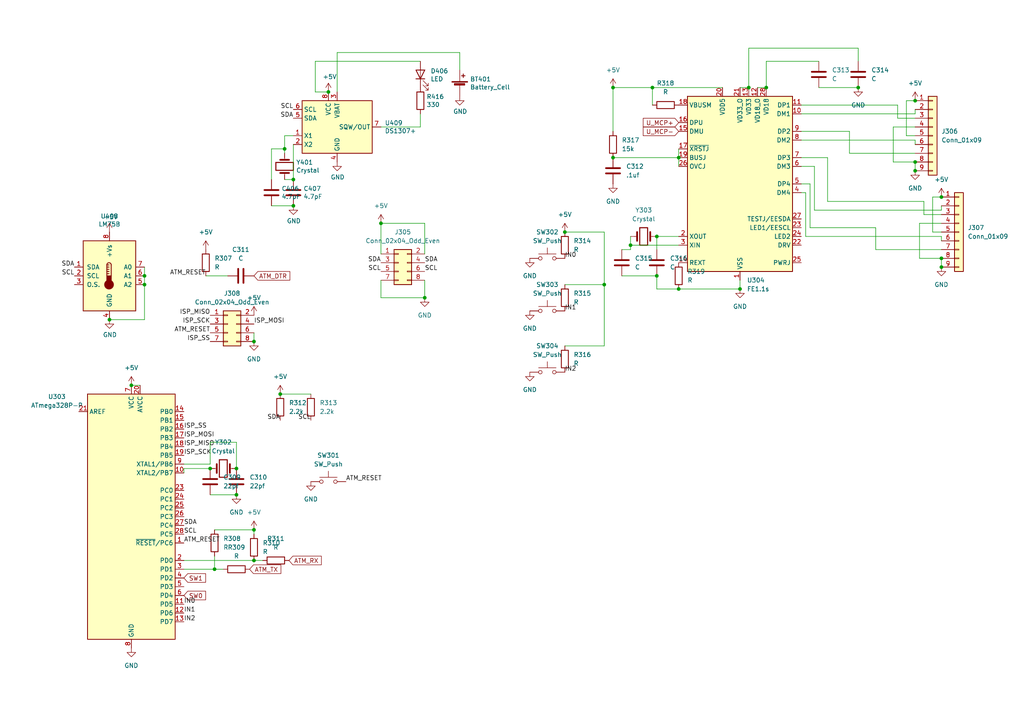
<source format=kicad_sch>
(kicad_sch (version 20211123) (generator eeschema)
  (paper "A4")
  (lib_symbols
    (symbol "Connector_Generic:Conn_01x09" (pin_names (offset 1.016) hide)
      (property "Reference" "J" (at 0 12.7 0))
      (property "Value" "Conn_01x09" (at 0 -12.7 0))
      (symbol "Conn_01x09_1_1"
        (rectangle (start -1.27 -10.033) (end 0 -10.287) (stroke (width 0.1524)))
        (rectangle (start -1.27 -7.493) (end 0 -7.747) (stroke (width 0.1524)))
        (rectangle (start -1.27 -4.953) (end 0 -5.207) (stroke (width 0.1524)))
        (rectangle (start -1.27 -2.413) (end 0 -2.667) (stroke (width 0.1524)))
        (rectangle (start -1.27 0.127) (end 0 -0.127) (stroke (width 0.1524)))
        (rectangle (start -1.27 2.667) (end 0 2.413) (stroke (width 0.1524)))
        (rectangle (start -1.27 5.207) (end 0 4.953) (stroke (width 0.1524)))
        (rectangle (start -1.27 7.747) (end 0 7.493) (stroke (width 0.1524)))
        (rectangle (start -1.27 10.287) (end 0 10.033) (stroke (width 0.1524)))
        (rectangle (start -1.27 11.43) (end 1.27 -11.43) (stroke (width 0.254)) (fill (type background)))
        (pin passive line (at -5.08 10.16 0) (length 3.81) (name "Pin_1") (number "1"))
        (pin passive line (at -5.08 7.62 0) (length 3.81) (name "Pin_2") (number "2"))
        (pin passive line (at -5.08 5.08 0) (length 3.81) (name "Pin_3") (number "3"))
        (pin passive line (at -5.08 2.54 0) (length 3.81) (name "Pin_4") (number "4"))
        (pin passive line (at -5.08 0 0) (length 3.81) (name "Pin_5") (number "5"))
        (pin passive line (at -5.08 -2.54 0) (length 3.81) (name "Pin_6") (number "6"))
        (pin passive line (at -5.08 -5.08 0) (length 3.81) (name "Pin_7") (number "7"))
        (pin passive line (at -5.08 -7.62 0) (length 3.81) (name "Pin_8") (number "8"))
        (pin passive line (at -5.08 -10.16 0) (length 3.81) (name "Pin_9") (number "9"))
      )
    )
    (symbol "Connector_Generic:Conn_02x04_Odd_Even" (pin_names (offset 1.016) hide)
      (property "Reference" "J" (at 1.27 5.08 0))
      (property "Value" "Conn_02x04_Odd_Even" (at 1.27 -7.62 0))
      (symbol "Conn_02x04_Odd_Even_1_1"
        (rectangle (start -1.27 -4.953) (end 0 -5.207) (stroke (width 0.1524)))
        (rectangle (start -1.27 -2.413) (end 0 -2.667) (stroke (width 0.1524)))
        (rectangle (start -1.27 0.127) (end 0 -0.127) (stroke (width 0.1524)))
        (rectangle (start -1.27 2.667) (end 0 2.413) (stroke (width 0.1524)))
        (rectangle (start -1.27 3.81) (end 3.81 -6.35) (stroke (width 0.254)) (fill (type background)))
        (rectangle (start 3.81 -4.953) (end 2.54 -5.207) (stroke (width 0.1524)))
        (rectangle (start 3.81 -2.413) (end 2.54 -2.667) (stroke (width 0.1524)))
        (rectangle (start 3.81 0.127) (end 2.54 -0.127) (stroke (width 0.1524)))
        (rectangle (start 3.81 2.667) (end 2.54 2.413) (stroke (width 0.1524)))
        (pin passive line (at -5.08 2.54 0) (length 3.81) (name "Pin_1") (number "1"))
        (pin passive line (at 7.62 2.54 180) (length 3.81) (name "Pin_2") (number "2"))
        (pin passive line (at -5.08 0 0) (length 3.81) (name "Pin_3") (number "3"))
        (pin passive line (at 7.62 0 180) (length 3.81) (name "Pin_4") (number "4"))
        (pin passive line (at -5.08 -2.54 0) (length 3.81) (name "Pin_5") (number "5"))
        (pin passive line (at 7.62 -2.54 180) (length 3.81) (name "Pin_6") (number "6"))
        (pin passive line (at -5.08 -5.08 0) (length 3.81) (name "Pin_7") (number "7"))
        (pin passive line (at 7.62 -5.08 180) (length 3.81) (name "Pin_8") (number "8"))
      )
    )
    (symbol "Device:Battery_Cell" (pin_numbers hide) (pin_names (offset 0) hide)
      (property "Reference" "BT" (at 2.54 2.54 0))
      (property "Value" "Battery_Cell" (at 2.54 0 0))
      (symbol "Battery_Cell_0_1"
        (rectangle (start -2.286 1.778) (end 2.286 1.524) (fill (type outline)))
        (rectangle (start -1.5748 1.1938) (end 1.4732 0.6858) (fill (type outline)))
        (polyline (pts (xy 0 0.762) (xy 0 0)))
        (polyline (pts (xy 0 1.778) (xy 0 2.54)))
        (polyline (pts (xy 0.508 3.429) (xy 1.524 3.429)) (stroke (width 0.254)))
        (polyline (pts (xy 1.016 3.937) (xy 1.016 2.921)) (stroke (width 0.254)))
      )
      (symbol "Battery_Cell_1_1"
        (pin passive line (at 0 5.08 270) (length 2.54) (name "+") (number "1"))
        (pin passive line (at 0 -2.54 90) (length 2.54) (name "-") (number "2"))
      )
    )
    (symbol "Device:C" (pin_numbers hide) (pin_names (offset 0.254))
      (property "Reference" "C" (at 0.635 2.54 0))
      (property "Value" "C" (at 0.635 -2.54 0))
      (symbol "C_0_1"
        (polyline (pts (xy -2.032 -0.762) (xy 2.032 -0.762)) (stroke (width 0.508)))
        (polyline (pts (xy -2.032 0.762) (xy 2.032 0.762)) (stroke (width 0.508)))
      )
      (symbol "C_1_1"
        (pin passive line (at 0 3.81 270) (length 2.794) (name "~") (number "1"))
        (pin passive line (at 0 -3.81 90) (length 2.794) (name "~") (number "2"))
      )
    )
    (symbol "Device:Crystal" (pin_numbers hide) (pin_names (offset 1.016) hide)
      (property "Reference" "Y" (at 0 3.81 0))
      (property "Value" "Crystal" (at 0 -3.81 0))
      (symbol "Crystal_0_1"
        (rectangle (start -1.143 2.54) (end 1.143 -2.54) (stroke (width 0.3048)))
        (polyline (pts (xy -2.54 0) (xy -1.905 0)))
        (polyline (pts (xy -1.905 -1.27) (xy -1.905 1.27)) (stroke (width 0.508)))
        (polyline (pts (xy 1.905 -1.27) (xy 1.905 1.27)) (stroke (width 0.508)))
        (polyline (pts (xy 2.54 0) (xy 1.905 0)))
      )
      (symbol "Crystal_1_1"
        (pin passive line (at -3.81 0 0) (length 1.27) (name "1") (number "1"))
        (pin passive line (at 3.81 0 180) (length 1.27) (name "2") (number "2"))
      )
    )
    (symbol "Device:LED" (pin_numbers hide) (pin_names (offset 1.016) hide)
      (property "Reference" "D" (at 0 2.54 0))
      (property "Value" "LED" (at 0 -2.54 0))
      (symbol "LED_0_1"
        (polyline (pts (xy -1.27 -1.27) (xy -1.27 1.27)) (stroke (width 0.254)))
        (polyline (pts (xy -1.27 0) (xy 1.27 0)))
        (polyline (pts (xy 1.27 -1.27) (xy 1.27 1.27) (xy -1.27 0) (xy 1.27 -1.27)) (stroke (width 0.254)))
        (polyline (pts (xy -3.048 -0.762) (xy -4.572 -2.286) (xy -3.81 -2.286) (xy -4.572 -2.286) (xy -4.572 -1.524)))
        (polyline (pts (xy -1.778 -0.762) (xy -3.302 -2.286) (xy -2.54 -2.286) (xy -3.302 -2.286) (xy -3.302 -1.524)))
      )
      (symbol "LED_1_1"
        (pin passive line (at -3.81 0 0) (length 2.54) (name "K") (number "1"))
        (pin passive line (at 3.81 0 180) (length 2.54) (name "A") (number "2"))
      )
    )
    (symbol "Device:R" (pin_numbers hide) (pin_names (offset 0))
      (property "Reference" "R" (at 2.032 0 90))
      (property "Value" "R" (at 0 0 90))
      (symbol "R_0_1"
        (rectangle (start -1.016 -2.54) (end 1.016 2.54) (stroke (width 0.254)))
      )
      (symbol "R_1_1"
        (pin passive line (at 0 3.81 270) (length 1.27) (name "~") (number "1"))
        (pin passive line (at 0 -3.81 90) (length 1.27) (name "~") (number "2"))
      )
    )
    (symbol "Interface_USB:FE1.1s"
      (property "Reference" "U" (at -11.43 26.67 0))
      (property "Value" "FE1.1s" (at 12.7 27.94 0))
      (symbol "FE1.1s_0_1"
        (rectangle (start -15.24 25.4) (end 15.24 -25.4) (stroke (width 0.254)) (fill (type background)))
      )
      (symbol "FE1.1s_1_1"
        (pin power_in line (at 0 -27.94 90) (length 2.54) (name "VSS") (number "1"))
        (pin bidirectional line (at 17.78 20.32 180) (length 2.54) (name "DM1") (number "10"))
        (pin bidirectional line (at 17.78 22.86 180) (length 2.54) (name "DP1") (number "11"))
        (pin power_out line (at 5.08 27.94 270) (length 2.54) (name "VD18_O") (number "12"))
        (pin power_in line (at 2.54 27.94 270) (length 2.54) (name "VD33") (number "13"))
        (pin passive line (at -17.78 -22.86 0) (length 2.54) (name "REXT") (number "14"))
        (pin bidirectional line (at -17.78 15.24 0) (length 2.54) (name "DMU") (number "15"))
        (pin bidirectional line (at -17.78 17.78 0) (length 2.54) (name "DPU") (number "16"))
        (pin input line (at -17.78 10.16 0) (length 2.54) (name "~{XRSTJ}") (number "17"))
        (pin input line (at -17.78 22.86 0) (length 2.54) (name "VBUSM") (number "18"))
        (pin input line (at -17.78 7.62 0) (length 2.54) (name "BUSJ") (number "19"))
        (pin output line (at -17.78 -15.24 0) (length 2.54) (name "XOUT") (number "2"))
        (pin power_in line (at -5.08 27.94 270) (length 2.54) (name "VDD5") (number "20"))
        (pin power_out line (at 0 27.94 270) (length 2.54) (name "VD33_O") (number "21"))
        (pin bidirectional line (at 17.78 -17.78 180) (length 2.54) (name "DRV") (number "22"))
        (pin bidirectional line (at 17.78 -12.7 180) (length 2.54) (name "LED1/EESCL") (number "23"))
        (pin bidirectional line (at 17.78 -15.24 180) (length 2.54) (name "LED2") (number "24"))
        (pin output line (at 17.78 -22.86 180) (length 2.54) (name "PWRJ") (number "25"))
        (pin input line (at -17.78 5.08 0) (length 2.54) (name "OVCJ") (number "26"))
        (pin bidirectional line (at 17.78 -10.16 180) (length 2.54) (name "TESTJ/EESDA") (number "27"))
        (pin power_in line (at 7.62 27.94 270) (length 2.54) (name "VD18") (number "28"))
        (pin input line (at -17.78 -17.78 0) (length 2.54) (name "XIN") (number "3"))
        (pin bidirectional line (at 17.78 -2.54 180) (length 2.54) (name "DM4") (number "4"))
        (pin bidirectional line (at 17.78 0 180) (length 2.54) (name "DP4") (number "5"))
        (pin bidirectional line (at 17.78 5.08 180) (length 2.54) (name "DM3") (number "6"))
        (pin bidirectional line (at 17.78 7.62 180) (length 2.54) (name "DP3") (number "7"))
        (pin bidirectional line (at 17.78 12.7 180) (length 2.54) (name "DM2") (number "8"))
        (pin bidirectional line (at 17.78 15.24 180) (length 2.54) (name "DP2") (number "9"))
      )
    )
    (symbol "MCU_Microchip_ATmega:ATmega328P-P"
      (property "Reference" "U" (at -12.7 36.83 0))
      (property "Value" "ATmega328P-P" (at 2.54 -36.83 0))
      (symbol "ATmega328P-P_0_1"
        (rectangle (start -12.7 -35.56) (end 12.7 35.56) (stroke (width 0.254)) (fill (type background)))
      )
      (symbol "ATmega328P-P_1_1"
        (pin bidirectional line (at 15.24 -7.62 180) (length 2.54) (name "~{RESET}/PC6") (number "1"))
        (pin bidirectional line (at 15.24 12.7 180) (length 2.54) (name "XTAL2/PB7") (number "10"))
        (pin bidirectional line (at 15.24 -25.4 180) (length 2.54) (name "PD5") (number "11"))
        (pin bidirectional line (at 15.24 -27.94 180) (length 2.54) (name "PD6") (number "12"))
        (pin bidirectional line (at 15.24 -30.48 180) (length 2.54) (name "PD7") (number "13"))
        (pin bidirectional line (at 15.24 30.48 180) (length 2.54) (name "PB0") (number "14"))
        (pin bidirectional line (at 15.24 27.94 180) (length 2.54) (name "PB1") (number "15"))
        (pin bidirectional line (at 15.24 25.4 180) (length 2.54) (name "PB2") (number "16"))
        (pin bidirectional line (at 15.24 22.86 180) (length 2.54) (name "PB3") (number "17"))
        (pin bidirectional line (at 15.24 20.32 180) (length 2.54) (name "PB4") (number "18"))
        (pin bidirectional line (at 15.24 17.78 180) (length 2.54) (name "PB5") (number "19"))
        (pin bidirectional line (at 15.24 -12.7 180) (length 2.54) (name "PD0") (number "2"))
        (pin power_in line (at 2.54 38.1 270) (length 2.54) (name "AVCC") (number "20"))
        (pin passive line (at -15.24 30.48 0) (length 2.54) (name "AREF") (number "21"))
        (pin passive line (at 0 -38.1 90) (length 2.54) hide (name "GND") (number "22"))
        (pin bidirectional line (at 15.24 7.62 180) (length 2.54) (name "PC0") (number "23"))
        (pin bidirectional line (at 15.24 5.08 180) (length 2.54) (name "PC1") (number "24"))
        (pin bidirectional line (at 15.24 2.54 180) (length 2.54) (name "PC2") (number "25"))
        (pin bidirectional line (at 15.24 0 180) (length 2.54) (name "PC3") (number "26"))
        (pin bidirectional line (at 15.24 -2.54 180) (length 2.54) (name "PC4") (number "27"))
        (pin bidirectional line (at 15.24 -5.08 180) (length 2.54) (name "PC5") (number "28"))
        (pin bidirectional line (at 15.24 -15.24 180) (length 2.54) (name "PD1") (number "3"))
        (pin bidirectional line (at 15.24 -17.78 180) (length 2.54) (name "PD2") (number "4"))
        (pin bidirectional line (at 15.24 -20.32 180) (length 2.54) (name "PD3") (number "5"))
        (pin bidirectional line (at 15.24 -22.86 180) (length 2.54) (name "PD4") (number "6"))
        (pin power_in line (at 0 38.1 270) (length 2.54) (name "VCC") (number "7"))
        (pin power_in line (at 0 -38.1 90) (length 2.54) (name "GND") (number "8"))
        (pin bidirectional line (at 15.24 15.24 180) (length 2.54) (name "XTAL1/PB6") (number "9"))
      )
    )
    (symbol "Sensor_Temperature:LM75B" (pin_names (offset 1.016))
      (property "Reference" "U" (at -6.35 11.43 0))
      (property "Value" "LM75B" (at 0 11.43 0))
      (symbol "LM75B_0_1"
        (rectangle (start -7.62 10.16) (end 7.62 -10.16) (stroke (width 0.254)) (fill (type background)))
        (circle (center -0.127 -2.54) (radius 1.27) (stroke (width 0.254)) (fill (type outline)))
        (polyline (pts (xy -0.762 0.635) (xy -0.127 0.635)) (stroke (width 0.254)))
        (polyline (pts (xy -0.762 1.27) (xy -0.127 1.27)) (stroke (width 0.254)))
        (polyline (pts (xy -0.762 1.905) (xy -0.127 1.905)) (stroke (width 0.254)))
        (polyline (pts (xy -0.762 2.54) (xy -0.127 2.54)) (stroke (width 0.254)))
        (polyline (pts (xy -0.762 3.175) (xy -0.762 0)) (stroke (width 0.254)))
        (polyline (pts (xy -0.762 3.175) (xy -0.127 3.175)) (stroke (width 0.254)))
        (polyline (pts (xy 0.508 3.175) (xy 0.508 0)) (stroke (width 0.254)))
        (rectangle (start 0.508 -1.905) (end -0.762 0) (stroke (width 0.254)) (fill (type outline)))
        (arc (start 0.508 3.175) (mid -0.127 3.81) (end -0.762 3.175) (stroke (width 0.254)))
      )
      (symbol "LM75B_1_1"
        (pin bidirectional line (at -10.16 2.54 0) (length 2.54) (name "SDA") (number "1"))
        (pin input line (at -10.16 0 0) (length 2.54) (name "SCL") (number "2"))
        (pin open_collector line (at -10.16 -2.54 0) (length 2.54) (name "O.S.") (number "3"))
        (pin power_in line (at 0 -12.7 90) (length 2.54) (name "GND") (number "4"))
        (pin input line (at 10.16 -2.54 180) (length 2.54) (name "A2") (number "5"))
        (pin input line (at 10.16 0 180) (length 2.54) (name "A1") (number "6"))
        (pin input line (at 10.16 2.54 180) (length 2.54) (name "A0") (number "7"))
        (pin power_in line (at 0 12.7 270) (length 2.54) (name "+Vs") (number "8"))
      )
    )
    (symbol "Switch:SW_Push" (pin_numbers hide) (pin_names (offset 1.016) hide)
      (property "Reference" "SW" (at 1.27 2.54 0))
      (property "Value" "SW_Push" (at 0 -1.524 0))
      (symbol "SW_Push_0_1"
        (circle (center -2.032 0) (radius 0.508))
        (polyline (pts (xy 0 1.27) (xy 0 3.048)))
        (polyline (pts (xy 2.54 1.27) (xy -2.54 1.27)))
        (circle (center 2.032 0) (radius 0.508))
        (pin passive line (at -5.08 0 0) (length 2.54) (name "1") (number "1"))
        (pin passive line (at 5.08 0 180) (length 2.54) (name "2") (number "2"))
      )
    )
    (symbol "Timer_RTC:DS1307+"
      (property "Reference" "U" (at -8.89 8.89 0))
      (property "Value" "DS1307+" (at 1.27 8.89 0))
      (symbol "DS1307+_0_1"
        (rectangle (start -10.16 7.62) (end 10.16 -7.62) (stroke (width 0.254)) (fill (type background)))
      )
      (symbol "DS1307+_1_1"
        (pin input line (at -12.7 -2.54 0) (length 2.54) (name "X1") (number "1"))
        (pin input line (at -12.7 -5.08 0) (length 2.54) (name "X2") (number "2"))
        (pin power_in line (at 0 10.16 270) (length 2.54) (name "VBAT") (number "3"))
        (pin power_in line (at 0 -10.16 90) (length 2.54) (name "GND") (number "4"))
        (pin bidirectional line (at -12.7 2.54 0) (length 2.54) (name "SDA") (number "5"))
        (pin input line (at -12.7 5.08 0) (length 2.54) (name "SCL") (number "6"))
        (pin open_collector line (at 12.7 0 180) (length 2.54) (name "SQW/OUT") (number "7"))
        (pin power_in line (at -2.54 10.16 270) (length 2.54) (name "VCC") (number "8"))
      )
    )
    (symbol "power:+5V" (power) (pin_names (offset 0))
      (property "Value" "+5V" (at 0 3.556 0))
      (symbol "+5V_0_1"
        (polyline (pts (xy -0.762 1.27) (xy 0 2.54)))
        (polyline (pts (xy 0 0) (xy 0 2.54)))
        (polyline (pts (xy 0 2.54) (xy 0.762 1.27)))
      )
      (symbol "+5V_1_1"
        (pin power_in line (at 0 0 90) (length 0) hide (name "+5V") (number "1"))
      )
    )
    (symbol "power:GND" (power) (pin_names (offset 0))
      (property "Value" "GND" (at 0 -3.81 0))
      (symbol "GND_0_1"
        (polyline (pts (xy 0 0) (xy 0 -1.27) (xy 1.27 -1.27) (xy 0 -2.54) (xy -1.27 -1.27) (xy 0 -1.27)))
      )
      (symbol "GND_1_1"
        (pin power_in line (at 0 0 270) (length 0) hide (name "GND") (number "1"))
      )
    )
  )
  (junction (at 217.17 25.4))
  (junction (at 85.09 59.69))
  (junction (at 41.91 80.01))
  (junction (at 214.63 83.82))
  (junction (at 60.96 135.89))
  (junction (at 82.55 43.18))
  (junction (at 175.26 82.55))
  (junction (at 81.28 114.3))
  (junction (at 110.49 64.77))
  (junction (at 273.05 57.15))
  (junction (at 265.43 49.53))
  (junction (at 38.1 111.76))
  (junction (at 265.43 29.21))
  (junction (at 41.91 82.55))
  (junction (at 85.09 52.07))
  (junction (at 248.92 25.4))
  (junction (at 73.66 153.67))
  (junction (at 222.25 25.4))
  (junction (at 265.43 46.99))
  (junction (at 68.58 135.89))
  (junction (at 73.66 99.06))
  (junction (at 68.58 143.51))
  (junction (at 190.5 68.58))
  (junction (at 163.83 67.31))
  (junction (at 273.05 74.93))
  (junction (at 196.85 45.72))
  (junction (at 177.8 25.4))
  (junction (at 190.5 80.01))
  (junction (at 189.23 25.4))
  (junction (at 273.05 77.47))
  (junction (at 95.25 26.67))
  (junction (at 62.23 165.1))
  (junction (at 177.8 45.72))
  (junction (at 182.88 71.12))
  (junction (at 196.85 83.82))
  (junction (at 31.75 92.71))
  (junction (at 73.66 162.56))
  (junction (at 123.19 86.36))
  (wire (pts (xy 232.41 30.48) (xy 260.35 30.48)))
  (wire (pts (xy 270.51 67.31) (xy 273.05 67.31)))
  (wire (pts (xy 196.85 48.26) (xy 196.85 45.72)))
  (wire (pts (xy 82.55 43.18) (xy 78.74 43.18)))
  (wire (pts (xy 259.08 36.83) (xy 259.08 46.99)))
  (wire (pts (xy 121.92 17.78) (xy 91.44 17.78)))
  (wire (pts (xy 73.66 96.52) (xy 73.66 99.06)))
  (wire (pts (xy 97.79 15.24) (xy 97.79 26.67)))
  (wire (pts (xy 267.97 62.23) (xy 273.05 62.23)))
  (wire (pts (xy 53.34 165.1) (xy 62.23 165.1)))
  (wire (pts (xy 233.68 68.58) (xy 273.05 68.58)))
  (wire (pts (xy 265.43 29.21) (xy 262.89 29.21)))
  (wire (pts (xy 60.96 134.62) (xy 60.96 128.27)))
  (wire (pts (xy 59.69 80.01) (xy 66.04 80.01)))
  (wire (pts (xy 234.95 66.04) (xy 254 66.04)))
  (wire (pts (xy 62.23 165.1) (xy 64.77 165.1)))
  (wire (pts (xy 78.74 43.18) (xy 78.74 52.07)))
  (wire (pts (xy 76.2 162.56) (xy 73.66 162.56)))
  (wire (pts (xy 91.44 26.67) (xy 95.25 26.67)))
  (wire (pts (xy 110.49 81.28) (xy 110.49 86.36)))
  (wire (pts (xy 110.49 64.77) (xy 123.19 64.77)))
  (wire (pts (xy 123.19 64.77) (xy 123.19 73.66)))
  (wire (pts (xy 85.09 41.91) (xy 85.09 52.07)))
  (wire (pts (xy 232.41 53.34) (xy 234.95 53.34)))
  (wire (pts (xy 180.34 72.39) (xy 182.88 72.39)))
  (wire (pts (xy 240.03 45.72) (xy 240.03 58.42)))
  (wire (pts (xy 196.85 71.12) (xy 182.88 71.12)))
  (wire (pts (xy 262.89 29.21) (xy 262.89 39.37)))
  (wire (pts (xy 123.19 86.36) (xy 123.19 81.28)))
  (wire (pts (xy 219.71 25.4) (xy 222.25 25.4)))
  (wire (pts (xy 273.05 60.96) (xy 273.05 59.69)))
  (wire (pts (xy 265.43 40.64) (xy 265.43 41.91)))
  (wire (pts (xy 262.89 39.37) (xy 265.43 39.37)))
  (wire (pts (xy 73.66 153.67) (xy 73.66 154.94)))
  (wire (pts (xy 222.25 17.78) (xy 222.25 25.4)))
  (wire (pts (xy 110.49 86.36) (xy 123.19 86.36)))
  (wire (pts (xy 265.43 46.99) (xy 265.43 49.53)))
  (wire (pts (xy 182.88 72.39) (xy 182.88 71.12)))
  (wire (pts (xy 91.44 17.78) (xy 91.44 26.67)))
  (wire (pts (xy 273.05 64.77) (xy 266.7 64.77)))
  (wire (pts (xy 234.95 53.34) (xy 234.95 66.04)))
  (wire (pts (xy 233.68 68.58) (xy 233.68 55.88)))
  (wire (pts (xy 133.35 20.32) (xy 133.35 15.24)))
  (wire (pts (xy 246.38 38.1) (xy 232.41 38.1)))
  (wire (pts (xy 233.68 55.88) (xy 232.41 55.88)))
  (wire (pts (xy 163.83 67.31) (xy 175.26 67.31)))
  (wire (pts (xy 267.97 58.42) (xy 267.97 62.23)))
  (wire (pts (xy 196.85 43.18) (xy 196.85 45.72)))
  (wire (pts (xy 273.05 68.58) (xy 273.05 69.85)))
  (wire (pts (xy 259.08 46.99) (xy 265.43 46.99)))
  (wire (pts (xy 62.23 161.29) (xy 62.23 165.1)))
  (wire (pts (xy 60.96 135.89) (xy 53.34 135.89)))
  (wire (pts (xy 232.41 40.64) (xy 265.43 40.64)))
  (wire (pts (xy 265.43 44.45) (xy 246.38 44.45)))
  (wire (pts (xy 232.41 33.02) (xy 265.43 33.02)))
  (wire (pts (xy 189.23 25.4) (xy 189.23 30.48)))
  (wire (pts (xy 73.66 162.56) (xy 53.34 162.56)))
  (wire (pts (xy 60.96 128.27) (xy 68.58 128.27)))
  (wire (pts (xy 237.49 25.4) (xy 248.92 25.4)))
  (wire (pts (xy 121.92 36.83) (xy 121.92 33.02)))
  (wire (pts (xy 190.5 72.39) (xy 190.5 68.58)))
  (wire (pts (xy 41.91 92.71) (xy 31.75 92.71)))
  (wire (pts (xy 273.05 57.15) (xy 270.51 57.15)))
  (wire (pts (xy 190.5 80.01) (xy 190.5 83.82)))
  (wire (pts (xy 177.8 25.4) (xy 177.8 38.1)))
  (wire (pts (xy 163.83 82.55) (xy 175.26 82.55)))
  (wire (pts (xy 60.96 143.51) (xy 68.58 143.51)))
  (wire (pts (xy 41.91 82.55) (xy 41.91 92.71)))
  (wire (pts (xy 175.26 100.33) (xy 163.83 100.33)))
  (wire (pts (xy 254 72.39) (xy 254 66.04)))
  (wire (pts (xy 217.17 13.97) (xy 248.92 13.97)))
  (wire (pts (xy 53.34 134.62) (xy 60.96 134.62)))
  (wire (pts (xy 190.5 83.82) (xy 196.85 83.82)))
  (wire (pts (xy 236.22 60.96) (xy 236.22 48.26)))
  (wire (pts (xy 175.26 67.31) (xy 175.26 82.55)))
  (wire (pts (xy 53.34 135.89) (xy 53.34 137.16)))
  (wire (pts (xy 41.91 77.47) (xy 41.91 80.01)))
  (wire (pts (xy 260.35 30.48) (xy 260.35 34.29)))
  (wire (pts (xy 189.23 25.4) (xy 177.8 25.4)))
  (wire (pts (xy 236.22 60.96) (xy 273.05 60.96)))
  (wire (pts (xy 81.28 114.3) (xy 90.17 114.3)))
  (wire (pts (xy 265.43 36.83) (xy 259.08 36.83)))
  (wire (pts (xy 232.41 45.72) (xy 240.03 45.72)))
  (wire (pts (xy 82.55 43.18) (xy 82.55 44.45)))
  (wire (pts (xy 38.1 111.76) (xy 40.64 111.76)))
  (wire (pts (xy 85.09 52.07) (xy 82.55 52.07)))
  (wire (pts (xy 240.03 58.42) (xy 267.97 58.42)))
  (wire (pts (xy 133.35 15.24) (xy 97.79 15.24)))
  (wire (pts (xy 214.63 83.82) (xy 214.63 81.28)))
  (wire (pts (xy 68.58 128.27) (xy 68.58 135.89)))
  (wire (pts (xy 190.5 68.58) (xy 196.85 68.58)))
  (wire (pts (xy 85.09 39.37) (xy 82.55 39.37)))
  (wire (pts (xy 196.85 83.82) (xy 214.63 83.82)))
  (wire (pts (xy 175.26 82.55) (xy 175.26 100.33)))
  (wire (pts (xy 110.49 36.83) (xy 121.92 36.83)))
  (wire (pts (xy 180.34 80.01) (xy 190.5 80.01)))
  (wire (pts (xy 62.23 153.67) (xy 73.66 153.67)))
  (wire (pts (xy 110.49 73.66) (xy 110.49 64.77)))
  (wire (pts (xy 82.55 39.37) (xy 82.55 43.18)))
  (wire (pts (xy 41.91 80.01) (xy 41.91 82.55)))
  (wire (pts (xy 246.38 44.45) (xy 246.38 38.1)))
  (wire (pts (xy 78.74 59.69) (xy 85.09 59.69)))
  (wire (pts (xy 182.88 71.12) (xy 182.88 68.58)))
  (wire (pts (xy 237.49 17.78) (xy 222.25 17.78)))
  (wire (pts (xy 273.05 72.39) (xy 254 72.39)))
  (wire (pts (xy 217.17 25.4) (xy 217.17 13.97)))
  (wire (pts (xy 266.7 64.77) (xy 266.7 74.93)))
  (wire (pts (xy 214.63 25.4) (xy 217.17 25.4)))
  (wire (pts (xy 270.51 57.15) (xy 270.51 67.31)))
  (wire (pts (xy 273.05 74.93) (xy 273.05 77.47)))
  (wire (pts (xy 196.85 45.72) (xy 177.8 45.72)))
  (wire (pts (xy 236.22 48.26) (xy 232.41 48.26)))
  (wire (pts (xy 209.55 25.4) (xy 189.23 25.4)))
  (wire (pts (xy 248.92 13.97) (xy 248.92 17.78)))
  (wire (pts (xy 260.35 34.29) (xy 265.43 34.29)))
  (wire (pts (xy 265.43 33.02) (xy 265.43 31.75)))
  (wire (pts (xy 266.7 74.93) (xy 273.05 74.93)))
  (label "ISP_MISO" (at 53.34 129.54 0))
  (label "ATM_RESET" (at 59.69 80.01 180))
  (label "ISP_SCK" (at 53.34 132.08 0))
  (label "SCL" (at 110.49 78.74 180))
  (label "IN2" (at 163.83 107.95 0))
  (label "ISP_SCK" (at 60.96 93.98 180))
  (label "ISP_SS" (at 53.34 124.46 0))
  (label "SCL" (at 85.09 31.75 180))
  (label "SDA" (at 81.28 121.92 180))
  (label "ATM_RESET" (at 60.96 96.52 180))
  (label "IN0" (at 163.83 74.93 0))
  (label "IN1" (at 163.83 90.17 0))
  (label "ISP_MOSI" (at 73.66 93.98 0))
  (label "IN1" (at 53.34 177.8 0))
  (label "ATM_RESET" (at 53.34 157.48 0))
  (label "ATM_RESET" (at 100.33 139.7 0))
  (label "ISP_MISO" (at 60.96 91.44 180))
  (label "SDA" (at 53.34 152.4 0))
  (label "IN0" (at 53.34 175.26 0))
  (label "SCL" (at 53.34 154.94 0))
  (label "SCL" (at 123.19 78.74 0))
  (label "SDA" (at 85.09 34.29 180))
  (label "IN2" (at 53.34 180.34 0))
  (label "SDA" (at 123.19 76.2 0))
  (label "SDA" (at 21.59 77.47 180))
  (label "ISP_MOSI" (at 53.34 127 0))
  (label "SDA" (at 110.49 76.2 180))
  (label "SCL" (at 90.17 121.92 180))
  (label "SCL" (at 21.59 80.01 180))
  (label "ISP_SS" (at 60.96 99.06 180))
  (global_label "ATM_TX" (shape input) (at 72.39 165.1 0) (property "Intersheet References" "${INTERSHEET_REFS}" (effects hide)))
  (global_label "U_MCP+" (shape input) (at 196.85 35.56 180) (property "Intersheet References" "${INTERSHEET_REFS}" (effects hide)))
  (global_label "SW1" (shape input) (at 53.34 167.64 0) (property "Intersheet References" "${INTERSHEET_REFS}" (effects hide)))
  (global_label "ATM_DTR" (shape input) (at 73.66 80.01 0) (property "Intersheet References" "${INTERSHEET_REFS}" (effects hide)))
  (global_label "SW0" (shape input) (at 53.34 172.72 0) (property "Intersheet References" "${INTERSHEET_REFS}" (effects hide)))
  (global_label "U_MCP-" (shape input) (at 196.85 38.1 180) (property "Intersheet References" "${INTERSHEET_REFS}" (effects hide)))
  (global_label "ATM_RX" (shape input) (at 83.82 162.56 0) (property "Intersheet References" "${INTERSHEET_REFS}" (effects hide)))
  (symbol (lib_id "power:+5V") (at 31.75 67.31 0) (unit 1)
    (property "Reference" "#PWR0167" (effects hide))
    (property "Value" "+5V" (at 32.131 62.9158 0))
  )
  (symbol (lib_id "power:GND") (at 31.75 92.71 0) (unit 1)
    (property "Reference" "#PWR0168" (effects hide))
    (property "Value" "GND" (at 31.877 97.1042 0))
  )
  (symbol (lib_id "Sensor_Temperature:LM75B") (at 31.75 80.01 0) (unit 1)
    (property "Reference" "U408" (at 31.75 62.7126 0))
    (property "Value" "LM75B" (at 31.75 65.024 0))
    (property "Footprint" "Package_SO:SOIC-8_3.9x4.9mm_P1.27mm" (effects hide))
    (property "Datasheet" "http://www.ti.com/lit/ds/symlink/lm75b.pdf" (effects hide))
  )
  (symbol (lib_id "Timer_RTC:DS1307+") (at 97.79 36.83 0) (unit 1)
    (property "Reference" "U409" (at 111.6076 35.6616 0) (effects (justify left)))
    (property "Value" "DS1307+" (at 111.6076 37.973 0) (effects (justify left)))
    (property "Footprint" "Package_SO:SOIC-8_3.9x4.9mm_P1.27mm" (effects hide))
    (property "Datasheet" "https://datasheets.maximintegrated.com/en/ds/DS1307.pdf" (effects hide))
  )
  (symbol (lib_id "power:+5V") (at 95.25 26.67 0) (unit 1)
    (property "Reference" "#PWR0416" (effects hide))
    (property "Value" "+5V" (at 95.631 22.2758 0))
  )
  (symbol (lib_id "power:GND") (at 97.79 46.99 0) (unit 1)
    (property "Reference" "#PWR0417" (effects hide))
    (property "Value" "GND" (at 97.917 51.3842 0))
  )
  (symbol (lib_id "Device:Crystal") (at 82.55 48.26 270) (unit 1)
    (property "Reference" "Y401" (at 85.8774 47.0916 90) (effects (justify left)))
    (property "Value" "Crystal" (at 85.8774 49.403 90) (effects (justify left)))
    (property "Footprint" "Crystal:Crystal_C26-LF_D2.1mm_L6.5mm_Horizontal" (effects hide))
  )
  (symbol (lib_id "Device:C") (at 78.74 55.88 0) (unit 1)
    (property "Reference" "C406" (at 81.661 54.7116 0) (effects (justify left)))
    (property "Value" "4.7pF" (at 81.661 57.023 0) (effects (justify left)))
    (property "Footprint" "Capacitor_SMD:C_0603_1608Metric_Pad1.08x0.95mm_HandSolder" (effects hide))
  )
  (symbol (lib_id "Device:C") (at 85.09 55.88 0) (unit 1)
    (property "Reference" "C407" (at 88.011 54.7116 0) (effects (justify left)))
    (property "Value" "4.7pF" (at 88.011 57.023 0) (effects (justify left)))
    (property "Footprint" "Capacitor_SMD:C_0603_1608Metric_Pad1.08x0.95mm_HandSolder" (effects hide))
  )
  (symbol (lib_id "power:GND") (at 85.09 59.69 0) (unit 1)
    (property "Reference" "#PWR0415" (effects hide))
    (property "Value" "GND" (at 85.217 64.0842 0))
  )
  (symbol (lib_id "Device:LED") (at 121.92 21.59 90) (unit 1)
    (property "Reference" "D406" (at 124.8918 20.5994 90) (effects (justify right)))
    (property "Value" "LED" (at 124.8918 22.9108 90) (effects (justify right)))
    (property "Footprint" "LED_SMD:LED_0603_1608Metric_Pad1.05x0.95mm_HandSolder" (effects hide))
  )
  (symbol (lib_id "Device:R") (at 121.92 29.21 0) (unit 1)
    (property "Reference" "R416" (at 123.698 28.0416 0) (effects (justify left)))
    (property "Value" "330" (at 123.698 30.353 0) (effects (justify left)))
    (property "Footprint" "Resistor_SMD:R_0603_1608Metric_Pad0.98x0.95mm_HandSolder" (effects hide))
  )
  (symbol (lib_id "Device:Battery_Cell") (at 133.35 25.4 0) (unit 1)
    (property "Reference" "BT401" (at 136.3472 22.9616 0) (effects (justify left)))
    (property "Value" "Battery_Cell" (at 136.3472 25.273 0) (effects (justify left)))
    (property "Footprint" "Connector_PinHeader_2.54mm:PinHeader_1x02_P2.54mm_Vertical" (effects hide))
  )
  (symbol (lib_id "power:GND") (at 133.35 27.94 0) (unit 1)
    (property "Reference" "#PWR0418" (effects hide))
    (property "Value" "GND" (at 133.477 32.3342 0))
  )
  (symbol (lib_id "power:+5V") (at 59.69 72.39 0) (unit 1)
    (property "Reference" "#PWR0121" (effects hide))
    (property "Value" "+5V" (at 59.69 67.31 0))
  )
  (symbol (lib_id "Device:R") (at 80.01 162.56 90) (unit 1)
    (property "Reference" "R311" (at 80.01 156.21 90))
    (property "Value" "R" (at 80.01 158.75 90))
    (property "Footprint" "Resistor_SMD:R_0603_1608Metric_Pad0.98x0.95mm_HandSolder" (effects hide))
  )
  (symbol (lib_id "power:+5V") (at 38.1 111.76 0) (unit 1)
    (property "Reference" "#PWR0123" (effects hide))
    (property "Value" "+5V" (at 38.1 106.68 0))
  )
  (symbol (lib_id "Connector_Generic:Conn_02x04_Odd_Even") (at 115.57 76.2 0) (unit 1)
    (property "Reference" "J305" (at 116.84 67.31 0))
    (property "Value" "Conn_02x04_Odd_Even" (at 116.84 69.85 0))
    (property "Footprint" "Connector_PinHeader_2.54mm:PinHeader_2x04_P2.54mm_Vertical" (effects hide))
  )
  (symbol (lib_id "power:GND") (at 153.67 74.93 0) (unit 1)
    (property "Reference" "#PWR0171" (effects hide))
    (property "Value" "GND" (at 153.67 80.01 0))
  )
  (symbol (lib_id "power:GND") (at 177.8 53.34 0) (unit 1)
    (property "Reference" "#PWR0176" (effects hide))
    (property "Value" "GND" (at 177.8 58.42 0))
  )
  (symbol (lib_id "Switch:SW_Push") (at 158.75 107.95 0) (unit 1)
    (property "Reference" "SW304" (at 158.75 100.33 0))
    (property "Value" "SW_Push" (at 158.75 102.87 0))
    (property "Footprint" "Button_Switch_THT:SW_PUSH_6mm" (effects hide))
  )
  (symbol (lib_id "power:+5V") (at 73.66 91.44 0) (unit 1)
    (property "Reference" "#PWR0302" (effects hide))
    (property "Value" "+5V" (at 73.66 86.36 0))
  )
  (symbol (lib_id "power:GND") (at 265.43 49.53 0) (unit 1)
    (property "Reference" "#PWR0180" (effects hide))
    (property "Value" "GND" (at 265.43 54.61 0))
  )
  (symbol (lib_id "power:GND") (at 38.1 187.96 0) (unit 1)
    (property "Reference" "#PWR0134" (effects hide))
    (property "Value" "GND" (at 38.1 193.04 0))
  )
  (symbol (lib_id "Switch:SW_Push") (at 158.75 90.17 0) (unit 1)
    (property "Reference" "SW303" (at 158.75 82.55 0))
    (property "Value" "SW_Push" (at 158.75 85.09 0))
    (property "Footprint" "Button_Switch_THT:SW_PUSH_6mm" (effects hide))
  )
  (symbol (lib_id "Device:C") (at 60.96 139.7 0) (unit 1)
    (property "Reference" "C309" (at 64.77 138.4299 0) (effects (justify left)))
    (property "Value" "22pf" (at 64.77 140.9699 0) (effects (justify left)))
    (property "Footprint" "Capacitor_SMD:C_0805_2012Metric_Pad1.18x1.45mm_HandSolder" (effects hide))
  )
  (symbol (lib_id "Device:R") (at 81.28 118.11 0) (unit 1)
    (property "Reference" "R312" (at 83.82 116.8399 0) (effects (justify left)))
    (property "Value" "2.2k" (at 83.82 119.3799 0) (effects (justify left)))
    (property "Footprint" "Resistor_SMD:R_0603_1608Metric_Pad0.98x0.95mm_HandSolder" (effects hide))
  )
  (symbol (lib_id "power:GND") (at 73.66 99.06 0) (unit 1)
    (property "Reference" "#PWR0303" (effects hide))
    (property "Value" "GND" (at 73.66 104.14 0))
  )
  (symbol (lib_id "Device:R") (at 196.85 80.01 0) (unit 1)
    (property "Reference" "R319" (at 199.39 78.7399 0) (effects (justify left)))
    (property "Value" "R" (at 199.39 81.2799 0) (effects (justify left)))
    (property "Footprint" "Resistor_SMD:R_0603_1608Metric_Pad0.98x0.95mm_HandSolder" (effects hide))
  )
  (symbol (lib_id "Device:R") (at 193.04 30.48 90) (unit 1)
    (property "Reference" "R318" (at 193.04 24.13 90))
    (property "Value" "R" (at 193.04 26.67 90))
    (property "Footprint" "Resistor_SMD:R_0603_1608Metric_Pad0.98x0.95mm_HandSolder" (effects hide))
  )
  (symbol (lib_id "Device:C") (at 68.58 139.7 0) (unit 1)
    (property "Reference" "C310" (at 72.39 138.4299 0) (effects (justify left)))
    (property "Value" "22pf" (at 72.39 140.9699 0) (effects (justify left)))
    (property "Footprint" "Capacitor_SMD:C_0805_2012Metric_Pad1.18x1.45mm_HandSolder" (effects hide))
  )
  (symbol (lib_id "power:GND") (at 68.58 143.51 0) (unit 1)
    (property "Reference" "#PWR0136" (effects hide))
    (property "Value" "GND" (at 68.58 148.59 0))
  )
  (symbol (lib_id "Device:Crystal") (at 186.69 68.58 0) (unit 1)
    (property "Reference" "Y303" (at 186.69 60.96 0))
    (property "Value" "Crystal" (at 186.69 63.5 0))
    (property "Footprint" "Crystal:Crystal_HC49-U_Vertical" (effects hide))
  )
  (symbol (lib_id "Connector_Generic:Conn_02x04_Odd_Even") (at 66.04 93.98 0) (unit 1)
    (property "Reference" "J308" (at 67.31 85.09 0))
    (property "Value" "Conn_02x04_Odd_Even" (at 67.31 87.63 0))
    (property "Footprint" "Connector_PinHeader_2.54mm:PinHeader_2x04_P2.54mm_Vertical" (effects hide))
  )
  (symbol (lib_id "power:GND") (at 153.67 90.17 0) (unit 1)
    (property "Reference" "#PWR0169" (effects hide))
    (property "Value" "GND" (at 153.67 95.25 0))
  )
  (symbol (lib_id "Device:R") (at 90.17 118.11 0) (unit 1)
    (property "Reference" "R313" (at 92.71 116.8399 0) (effects (justify left)))
    (property "Value" "2.2k" (at 92.71 119.3799 0) (effects (justify left)))
    (property "Footprint" "Resistor_SMD:R_0603_1608Metric_Pad0.98x0.95mm_HandSolder" (effects hide))
  )
  (symbol (lib_id "Connector_Generic:Conn_01x09") (at 278.13 67.31 0) (unit 1)
    (property "Reference" "J307" (at 280.67 66.0399 0) (effects (justify left)))
    (property "Value" "Conn_01x09" (at 280.67 68.5799 0) (effects (justify left)))
    (property "Footprint" "Connector_USB:USB_A_Wuerth_61400826021_Horizontal_Stacked" (effects hide))
  )
  (symbol (lib_id "Switch:SW_Push") (at 158.75 74.93 0) (unit 1)
    (property "Reference" "SW302" (at 158.75 67.31 0))
    (property "Value" "SW_Push" (at 158.75 69.85 0))
    (property "Footprint" "Button_Switch_THT:SW_PUSH_6mm" (effects hide))
  )
  (symbol (lib_id "power:GND") (at 248.92 25.4 0) (unit 1)
    (property "Reference" "#PWR0181" (effects hide))
    (property "Value" "GND" (at 248.92 30.48 0))
  )
  (symbol (lib_id "power:GND") (at 214.63 83.82 0) (unit 1)
    (property "Reference" "#PWR0175" (effects hide))
    (property "Value" "GND" (at 214.63 88.9 0))
  )
  (symbol (lib_id "power:+5V") (at 163.83 67.31 0) (unit 1)
    (property "Reference" "#PWR0170" (effects hide))
    (property "Value" "+5V" (at 163.83 62.23 0))
  )
  (symbol (lib_id "power:+5V") (at 273.05 57.15 0) (unit 1)
    (property "Reference" "#PWR0179" (effects hide))
    (property "Value" "+5V" (at 273.05 52.07 0))
  )
  (symbol (lib_id "MCU_Microchip_ATmega:ATmega328P-P") (at 38.1 149.86 0) (unit 1)
    (property "Reference" "U303" (at 16.51 115.0493 0))
    (property "Value" "ATmega328P-P" (at 16.51 117.5893 0))
    (property "Footprint" "Package_DIP:DIP-28_W7.62mm" (effects hide))
    (property "Datasheet" "http://ww1.microchip.com/downloads/en/DeviceDoc/ATmega328_P%20AVR%20MCU%20with%20picoPower%20Technology%20Data%20Sheet%2040001984A.pdf" (effects hide))
  )
  (symbol (lib_id "Device:C") (at 248.92 21.59 0) (unit 1)
    (property "Reference" "C314" (at 252.73 20.3199 0) (effects (justify left)))
    (property "Value" "C" (at 252.73 22.8599 0) (effects (justify left)))
    (property "Footprint" "Capacitor_SMD:C_0805_2012Metric_Pad1.18x1.45mm_HandSolder" (effects hide))
  )
  (symbol (lib_id "Device:R") (at 177.8 41.91 0) (unit 1)
    (property "Reference" "R317" (at 180.34 40.6399 0) (effects (justify left)))
    (property "Value" "15k" (at 180.34 43.1799 0) (effects (justify left)))
    (property "Footprint" "Resistor_SMD:R_0603_1608Metric_Pad0.98x0.95mm_HandSolder" (effects hide))
  )
  (symbol (lib_id "Device:R") (at 163.83 86.36 0) (unit 1)
    (property "Reference" "R315" (at 166.37 85.0899 0) (effects (justify left)))
    (property "Value" "R" (at 166.37 87.6299 0) (effects (justify left)))
    (property "Footprint" "Resistor_SMD:R_0603_1608Metric_Pad0.98x0.95mm_HandSolder" (effects hide))
  )
  (symbol (lib_id "Device:Crystal") (at 64.77 135.89 0) (unit 1)
    (property "Reference" "Y302" (at 64.77 128.27 0))
    (property "Value" "Crystal" (at 64.77 130.81 0))
    (property "Footprint" "Crystal:Crystal_HC49-U_Vertical" (effects hide))
  )
  (symbol (lib_id "power:+5V") (at 81.28 114.3 0) (unit 1)
    (property "Reference" "#PWR0122" (effects hide))
    (property "Value" "+5V" (at 81.28 109.22 0))
  )
  (symbol (lib_id "Device:C") (at 177.8 49.53 0) (unit 1)
    (property "Reference" "C312" (at 181.61 48.2599 0) (effects (justify left)))
    (property "Value" ".1uf" (at 181.61 50.7999 0) (effects (justify left)))
    (property "Footprint" "Capacitor_SMD:C_0603_1608Metric_Pad1.08x0.95mm_HandSolder" (effects hide))
  )
  (symbol (lib_id "Interface_USB:FE1.1s") (at 214.63 53.34 0) (unit 1)
    (property "Reference" "U304" (at 216.6494 81.28 0) (effects (justify left)))
    (property "Value" "FE1.1s" (at 216.6494 83.82 0) (effects (justify left)))
    (property "Footprint" "Package_SO:SSOP-28_3.9x9.9mm_P0.635mm" (effects hide))
    (property "Datasheet" "https://cdn-shop.adafruit.com/product-files/2991/FE1.1s+Data+Sheet+(Rev.+1.0).pdf" (effects hide))
  )
  (symbol (lib_id "Device:R") (at 163.83 71.12 0) (unit 1)
    (property "Reference" "R314" (at 166.37 69.8499 0) (effects (justify left)))
    (property "Value" "R" (at 166.37 72.3899 0) (effects (justify left)))
    (property "Footprint" "Resistor_SMD:R_0603_1608Metric_Pad0.98x0.95mm_HandSolder" (effects hide))
  )
  (symbol (lib_id "power:+5V") (at 265.43 29.21 0) (unit 1)
    (property "Reference" "#PWR0177" (effects hide))
    (property "Value" "+5V" (at 265.43 24.13 0))
  )
  (symbol (lib_id "power:+5V") (at 110.49 64.77 0) (unit 1)
    (property "Reference" "#PWR0172" (effects hide))
    (property "Value" "+5V" (at 110.49 59.69 0))
  )
  (symbol (lib_id "Switch:SW_Push") (at 95.25 139.7 0) (unit 1)
    (property "Reference" "SW301" (at 95.25 132.08 0))
    (property "Value" "SW_Push" (at 95.25 134.62 0))
    (property "Footprint" "Button_Switch_THT:SW_PUSH_6mm" (effects hide))
  )
  (symbol (lib_id "power:GND") (at 153.67 107.95 0) (unit 1)
    (property "Reference" "#PWR0166" (effects hide))
    (property "Value" "GND" (at 153.67 113.03 0))
  )
  (symbol (lib_id "Device:R") (at 163.83 104.14 0) (unit 1)
    (property "Reference" "R316" (at 166.37 102.8699 0) (effects (justify left)))
    (property "Value" "R" (at 166.37 105.4099 0) (effects (justify left)))
    (property "Footprint" "Resistor_SMD:R_0603_1608Metric_Pad0.98x0.95mm_HandSolder" (effects hide))
  )
  (symbol (lib_id "Device:R") (at 59.69 76.2 0) (unit 1)
    (property "Reference" "R307" (at 62.23 74.9299 0) (effects (justify left)))
    (property "Value" "R" (at 62.23 77.4699 0) (effects (justify left)))
    (property "Footprint" "Resistor_SMD:R_0603_1608Metric_Pad0.98x0.95mm_HandSolder" (effects hide))
  )
  (symbol (lib_id "Device:C") (at 190.5 76.2 0) (unit 1)
    (property "Reference" "C316" (at 194.31 74.9299 0) (effects (justify left)))
    (property "Value" "C" (at 194.31 77.4699 0) (effects (justify left)))
    (property "Footprint" "Capacitor_SMD:C_0805_2012Metric_Pad1.18x1.45mm_HandSolder" (effects hide))
  )
  (symbol (lib_id "Device:C") (at 237.49 21.59 0) (unit 1)
    (property "Reference" "C313" (at 241.3 20.3199 0) (effects (justify left)))
    (property "Value" "C" (at 241.3 22.8599 0) (effects (justify left)))
    (property "Footprint" "Capacitor_SMD:C_0805_2012Metric_Pad1.18x1.45mm_HandSolder" (effects hide))
  )
  (symbol (lib_id "power:GND") (at 273.05 77.47 0) (unit 1)
    (property "Reference" "#PWR0178" (effects hide))
    (property "Value" "GND" (at 273.05 82.55 0))
  )
  (symbol (lib_id "power:+5V") (at 73.66 153.67 0) (unit 1)
    (property "Reference" "#PWR0138" (effects hide))
    (property "Value" "+5V" (at 73.66 148.59 0))
  )
  (symbol (lib_id "power:GND") (at 90.17 139.7 0) (unit 1)
    (property "Reference" "#PWR0165" (effects hide))
    (property "Value" "GND" (at 90.17 144.78 0))
  )
  (symbol (lib_id "power:GND") (at 123.19 86.36 0) (unit 1)
    (property "Reference" "#PWR0173" (effects hide))
    (property "Value" "GND" (at 123.19 91.44 0))
  )
  (symbol (lib_id "Device:R") (at 68.58 165.1 90) (unit 1)
    (property "Reference" "R309" (at 68.58 158.75 90))
    (property "Value" "R" (at 68.58 161.29 90))
    (property "Footprint" "Resistor_SMD:R_0603_1608Metric_Pad0.98x0.95mm_HandSolder" (effects hide))
  )
  (symbol (lib_id "Device:C") (at 69.85 80.01 90) (unit 1)
    (property "Reference" "C311" (at 69.85 72.39 90))
    (property "Value" "C" (at 69.85 74.93 90))
    (property "Footprint" "Capacitor_SMD:C_0603_1608Metric_Pad1.08x0.95mm_HandSolder" (effects hide))
  )
  (symbol (lib_id "Device:R") (at 62.23 157.48 0) (unit 1)
    (property "Reference" "R308" (at 64.77 156.2099 0) (effects (justify left)))
    (property "Value" "R" (at 64.77 158.7499 0) (effects (justify left)))
    (property "Footprint" "Resistor_SMD:R_0603_1608Metric_Pad0.98x0.95mm_HandSolder" (effects hide))
  )
  (symbol (lib_id "Connector_Generic:Conn_01x09") (at 270.51 39.37 0) (unit 1)
    (property "Reference" "J306" (at 273.05 38.0999 0) (effects (justify left)))
    (property "Value" "Conn_01x09" (at 273.05 40.6399 0) (effects (justify left)))
    (property "Footprint" "Connector_USB:USB_A_Wuerth_61400826021_Horizontal_Stacked" (effects hide))
  )
  (symbol (lib_id "Device:C") (at 180.34 76.2 0) (unit 1)
    (property "Reference" "C315" (at 184.15 74.9299 0) (effects (justify left)))
    (property "Value" "C" (at 184.15 77.4699 0) (effects (justify left)))
    (property "Footprint" "Capacitor_SMD:C_0805_2012Metric_Pad1.18x1.45mm_HandSolder" (effects hide))
  )
  (symbol (lib_id "Device:R") (at 73.66 158.75 0) (unit 1)
    (property "Reference" "R310" (at 76.2 157.4799 0) (effects (justify left)))
    (property "Value" "R" (at 76.2 160.0199 0) (effects (justify left)))
    (property "Footprint" "Resistor_SMD:R_0603_1608Metric_Pad0.98x0.95mm_HandSolder" (effects hide))
  )
  (symbol (lib_id "power:+5V") (at 177.8 25.4 0) (unit 1)
    (property "Reference" "#PWR0174" (effects hide))
    (property "Value" "+5V" (at 177.8 20.32 0))
  )
)
</source>
